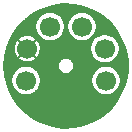
<source format=gbr>
G04 #@! TF.GenerationSoftware,KiCad,Pcbnew,5.1.5-52549c5~84~ubuntu18.04.1*
G04 #@! TF.CreationDate,2020-02-20T15:49:27+01:00*
G04 #@! TF.ProjectId,ICS-43434-PCB,4943532d-3433-4343-9334-2d5043422e6b,rev?*
G04 #@! TF.SameCoordinates,Original*
G04 #@! TF.FileFunction,Copper,L2,Bot*
G04 #@! TF.FilePolarity,Positive*
%FSLAX46Y46*%
G04 Gerber Fmt 4.6, Leading zero omitted, Abs format (unit mm)*
G04 Created by KiCad (PCBNEW 5.1.5-52549c5~84~ubuntu18.04.1) date 2020-02-20 15:49:27*
%MOMM*%
%LPD*%
G04 APERTURE LIST*
%ADD10C,1.700000*%
%ADD11C,0.600000*%
%ADD12C,0.200000*%
G04 APERTURE END LIST*
D10*
X98651416Y-96662138D03*
X96617107Y-101231273D03*
X96711236Y-98535748D03*
X103382893Y-101231273D03*
X103288764Y-98535748D03*
X101348584Y-96662138D03*
D11*
X100015500Y-98300000D03*
D12*
G36*
X100663668Y-94817320D02*
G01*
X101529999Y-95004029D01*
X102352315Y-95334462D01*
X103106958Y-95799115D01*
X103772221Y-96384619D01*
X104328963Y-97074132D01*
X104761169Y-97847816D01*
X105056405Y-98683415D01*
X105206177Y-99556889D01*
X105206177Y-100443111D01*
X105056405Y-101316585D01*
X104761169Y-102152184D01*
X104328963Y-102925868D01*
X103772221Y-103615381D01*
X103106958Y-104200885D01*
X102352315Y-104665538D01*
X101529999Y-104995971D01*
X100663668Y-105182680D01*
X99778245Y-105220292D01*
X98899201Y-105107726D01*
X98051825Y-104848220D01*
X97260494Y-104449240D01*
X96547975Y-103922263D01*
X95934763Y-103282449D01*
X95438501Y-102548206D01*
X95073465Y-101740655D01*
X94908777Y-101108159D01*
X95367107Y-101108159D01*
X95367107Y-101354387D01*
X95415144Y-101595884D01*
X95509372Y-101823370D01*
X95646169Y-102028101D01*
X95820279Y-102202211D01*
X96025010Y-102339008D01*
X96252496Y-102433236D01*
X96493993Y-102481273D01*
X96740221Y-102481273D01*
X96981718Y-102433236D01*
X97209204Y-102339008D01*
X97413935Y-102202211D01*
X97588045Y-102028101D01*
X97724842Y-101823370D01*
X97819070Y-101595884D01*
X97867107Y-101354387D01*
X97867107Y-101108159D01*
X102132893Y-101108159D01*
X102132893Y-101354387D01*
X102180930Y-101595884D01*
X102275158Y-101823370D01*
X102411955Y-102028101D01*
X102586065Y-102202211D01*
X102790796Y-102339008D01*
X103018282Y-102433236D01*
X103259779Y-102481273D01*
X103506007Y-102481273D01*
X103747504Y-102433236D01*
X103974990Y-102339008D01*
X104179721Y-102202211D01*
X104353831Y-102028101D01*
X104490628Y-101823370D01*
X104584856Y-101595884D01*
X104632893Y-101354387D01*
X104632893Y-101108159D01*
X104584856Y-100866662D01*
X104490628Y-100639176D01*
X104353831Y-100434445D01*
X104179721Y-100260335D01*
X103974990Y-100123538D01*
X103747504Y-100029310D01*
X103506007Y-99981273D01*
X103259779Y-99981273D01*
X103018282Y-100029310D01*
X102790796Y-100123538D01*
X102586065Y-100260335D01*
X102411955Y-100434445D01*
X102275158Y-100639176D01*
X102180930Y-100866662D01*
X102132893Y-101108159D01*
X97867107Y-101108159D01*
X97819070Y-100866662D01*
X97724842Y-100639176D01*
X97588045Y-100434445D01*
X97413935Y-100260335D01*
X97209204Y-100123538D01*
X96981718Y-100029310D01*
X96740221Y-99981273D01*
X96493993Y-99981273D01*
X96252496Y-100029310D01*
X96025010Y-100123538D01*
X95820279Y-100260335D01*
X95646169Y-100434445D01*
X95509372Y-100639176D01*
X95415144Y-100866662D01*
X95367107Y-101108159D01*
X94908777Y-101108159D01*
X94850157Y-100883029D01*
X94775000Y-100000000D01*
X94781974Y-99918056D01*
X99300000Y-99918056D01*
X99300000Y-100055944D01*
X99326901Y-100191182D01*
X99379668Y-100318574D01*
X99456274Y-100433224D01*
X99553776Y-100530726D01*
X99668426Y-100607332D01*
X99795818Y-100660099D01*
X99931056Y-100687000D01*
X100068944Y-100687000D01*
X100204182Y-100660099D01*
X100331574Y-100607332D01*
X100446224Y-100530726D01*
X100543726Y-100433224D01*
X100620332Y-100318574D01*
X100673099Y-100191182D01*
X100700000Y-100055944D01*
X100700000Y-99918056D01*
X100673099Y-99782818D01*
X100620332Y-99655426D01*
X100543726Y-99540776D01*
X100446224Y-99443274D01*
X100331574Y-99366668D01*
X100204182Y-99313901D01*
X100068944Y-99287000D01*
X99931056Y-99287000D01*
X99795818Y-99313901D01*
X99668426Y-99366668D01*
X99553776Y-99443274D01*
X99456274Y-99540776D01*
X99379668Y-99655426D01*
X99326901Y-99782818D01*
X99300000Y-99918056D01*
X94781974Y-99918056D01*
X94834293Y-99303349D01*
X95950706Y-99303349D01*
X96036064Y-99473549D01*
X96231994Y-99587249D01*
X96446340Y-99660540D01*
X96670866Y-99690606D01*
X96896943Y-99676291D01*
X97115884Y-99618147D01*
X97319274Y-99518406D01*
X97386408Y-99473549D01*
X97471766Y-99303349D01*
X96711236Y-98542819D01*
X95950706Y-99303349D01*
X94834293Y-99303349D01*
X94850157Y-99116971D01*
X95012006Y-98495378D01*
X95556378Y-98495378D01*
X95570693Y-98721455D01*
X95628837Y-98940396D01*
X95728578Y-99143786D01*
X95773435Y-99210920D01*
X95943635Y-99296278D01*
X96704165Y-98535748D01*
X96718307Y-98535748D01*
X97478837Y-99296278D01*
X97649037Y-99210920D01*
X97762737Y-99014990D01*
X97836028Y-98800644D01*
X97866094Y-98576118D01*
X97855743Y-98412634D01*
X102038764Y-98412634D01*
X102038764Y-98658862D01*
X102086801Y-98900359D01*
X102181029Y-99127845D01*
X102317826Y-99332576D01*
X102491936Y-99506686D01*
X102696667Y-99643483D01*
X102924153Y-99737711D01*
X103165650Y-99785748D01*
X103411878Y-99785748D01*
X103653375Y-99737711D01*
X103880861Y-99643483D01*
X104085592Y-99506686D01*
X104259702Y-99332576D01*
X104396499Y-99127845D01*
X104490727Y-98900359D01*
X104538764Y-98658862D01*
X104538764Y-98412634D01*
X104490727Y-98171137D01*
X104396499Y-97943651D01*
X104259702Y-97738920D01*
X104085592Y-97564810D01*
X103880861Y-97428013D01*
X103653375Y-97333785D01*
X103411878Y-97285748D01*
X103165650Y-97285748D01*
X102924153Y-97333785D01*
X102696667Y-97428013D01*
X102491936Y-97564810D01*
X102317826Y-97738920D01*
X102181029Y-97943651D01*
X102086801Y-98171137D01*
X102038764Y-98412634D01*
X97855743Y-98412634D01*
X97851779Y-98350041D01*
X97793635Y-98131100D01*
X97693894Y-97927710D01*
X97649037Y-97860576D01*
X97478837Y-97775218D01*
X96718307Y-98535748D01*
X96704165Y-98535748D01*
X95943635Y-97775218D01*
X95773435Y-97860576D01*
X95659735Y-98056506D01*
X95586444Y-98270852D01*
X95556378Y-98495378D01*
X95012006Y-98495378D01*
X95073465Y-98259345D01*
X95295500Y-97768147D01*
X95950706Y-97768147D01*
X96711236Y-98528677D01*
X97471766Y-97768147D01*
X97386408Y-97597947D01*
X97190478Y-97484247D01*
X96976132Y-97410956D01*
X96751606Y-97380890D01*
X96525529Y-97395205D01*
X96306588Y-97453349D01*
X96103198Y-97553090D01*
X96036064Y-97597947D01*
X95950706Y-97768147D01*
X95295500Y-97768147D01*
X95438501Y-97451794D01*
X95934763Y-96717551D01*
X96105867Y-96539024D01*
X97401416Y-96539024D01*
X97401416Y-96785252D01*
X97449453Y-97026749D01*
X97543681Y-97254235D01*
X97680478Y-97458966D01*
X97854588Y-97633076D01*
X98059319Y-97769873D01*
X98286805Y-97864101D01*
X98528302Y-97912138D01*
X98774530Y-97912138D01*
X99016027Y-97864101D01*
X99243513Y-97769873D01*
X99448244Y-97633076D01*
X99622354Y-97458966D01*
X99759151Y-97254235D01*
X99853379Y-97026749D01*
X99901416Y-96785252D01*
X99901416Y-96539024D01*
X100098584Y-96539024D01*
X100098584Y-96785252D01*
X100146621Y-97026749D01*
X100240849Y-97254235D01*
X100377646Y-97458966D01*
X100551756Y-97633076D01*
X100756487Y-97769873D01*
X100983973Y-97864101D01*
X101225470Y-97912138D01*
X101471698Y-97912138D01*
X101713195Y-97864101D01*
X101940681Y-97769873D01*
X102145412Y-97633076D01*
X102319522Y-97458966D01*
X102456319Y-97254235D01*
X102550547Y-97026749D01*
X102598584Y-96785252D01*
X102598584Y-96539024D01*
X102550547Y-96297527D01*
X102456319Y-96070041D01*
X102319522Y-95865310D01*
X102145412Y-95691200D01*
X101940681Y-95554403D01*
X101713195Y-95460175D01*
X101471698Y-95412138D01*
X101225470Y-95412138D01*
X100983973Y-95460175D01*
X100756487Y-95554403D01*
X100551756Y-95691200D01*
X100377646Y-95865310D01*
X100240849Y-96070041D01*
X100146621Y-96297527D01*
X100098584Y-96539024D01*
X99901416Y-96539024D01*
X99853379Y-96297527D01*
X99759151Y-96070041D01*
X99622354Y-95865310D01*
X99448244Y-95691200D01*
X99243513Y-95554403D01*
X99016027Y-95460175D01*
X98774530Y-95412138D01*
X98528302Y-95412138D01*
X98286805Y-95460175D01*
X98059319Y-95554403D01*
X97854588Y-95691200D01*
X97680478Y-95865310D01*
X97543681Y-96070041D01*
X97449453Y-96297527D01*
X97401416Y-96539024D01*
X96105867Y-96539024D01*
X96547975Y-96077737D01*
X97260494Y-95550760D01*
X98051825Y-95151780D01*
X98899201Y-94892274D01*
X99778245Y-94779708D01*
X100663668Y-94817320D01*
G37*
X100663668Y-94817320D02*
X101529999Y-95004029D01*
X102352315Y-95334462D01*
X103106958Y-95799115D01*
X103772221Y-96384619D01*
X104328963Y-97074132D01*
X104761169Y-97847816D01*
X105056405Y-98683415D01*
X105206177Y-99556889D01*
X105206177Y-100443111D01*
X105056405Y-101316585D01*
X104761169Y-102152184D01*
X104328963Y-102925868D01*
X103772221Y-103615381D01*
X103106958Y-104200885D01*
X102352315Y-104665538D01*
X101529999Y-104995971D01*
X100663668Y-105182680D01*
X99778245Y-105220292D01*
X98899201Y-105107726D01*
X98051825Y-104848220D01*
X97260494Y-104449240D01*
X96547975Y-103922263D01*
X95934763Y-103282449D01*
X95438501Y-102548206D01*
X95073465Y-101740655D01*
X94908777Y-101108159D01*
X95367107Y-101108159D01*
X95367107Y-101354387D01*
X95415144Y-101595884D01*
X95509372Y-101823370D01*
X95646169Y-102028101D01*
X95820279Y-102202211D01*
X96025010Y-102339008D01*
X96252496Y-102433236D01*
X96493993Y-102481273D01*
X96740221Y-102481273D01*
X96981718Y-102433236D01*
X97209204Y-102339008D01*
X97413935Y-102202211D01*
X97588045Y-102028101D01*
X97724842Y-101823370D01*
X97819070Y-101595884D01*
X97867107Y-101354387D01*
X97867107Y-101108159D01*
X102132893Y-101108159D01*
X102132893Y-101354387D01*
X102180930Y-101595884D01*
X102275158Y-101823370D01*
X102411955Y-102028101D01*
X102586065Y-102202211D01*
X102790796Y-102339008D01*
X103018282Y-102433236D01*
X103259779Y-102481273D01*
X103506007Y-102481273D01*
X103747504Y-102433236D01*
X103974990Y-102339008D01*
X104179721Y-102202211D01*
X104353831Y-102028101D01*
X104490628Y-101823370D01*
X104584856Y-101595884D01*
X104632893Y-101354387D01*
X104632893Y-101108159D01*
X104584856Y-100866662D01*
X104490628Y-100639176D01*
X104353831Y-100434445D01*
X104179721Y-100260335D01*
X103974990Y-100123538D01*
X103747504Y-100029310D01*
X103506007Y-99981273D01*
X103259779Y-99981273D01*
X103018282Y-100029310D01*
X102790796Y-100123538D01*
X102586065Y-100260335D01*
X102411955Y-100434445D01*
X102275158Y-100639176D01*
X102180930Y-100866662D01*
X102132893Y-101108159D01*
X97867107Y-101108159D01*
X97819070Y-100866662D01*
X97724842Y-100639176D01*
X97588045Y-100434445D01*
X97413935Y-100260335D01*
X97209204Y-100123538D01*
X96981718Y-100029310D01*
X96740221Y-99981273D01*
X96493993Y-99981273D01*
X96252496Y-100029310D01*
X96025010Y-100123538D01*
X95820279Y-100260335D01*
X95646169Y-100434445D01*
X95509372Y-100639176D01*
X95415144Y-100866662D01*
X95367107Y-101108159D01*
X94908777Y-101108159D01*
X94850157Y-100883029D01*
X94775000Y-100000000D01*
X94781974Y-99918056D01*
X99300000Y-99918056D01*
X99300000Y-100055944D01*
X99326901Y-100191182D01*
X99379668Y-100318574D01*
X99456274Y-100433224D01*
X99553776Y-100530726D01*
X99668426Y-100607332D01*
X99795818Y-100660099D01*
X99931056Y-100687000D01*
X100068944Y-100687000D01*
X100204182Y-100660099D01*
X100331574Y-100607332D01*
X100446224Y-100530726D01*
X100543726Y-100433224D01*
X100620332Y-100318574D01*
X100673099Y-100191182D01*
X100700000Y-100055944D01*
X100700000Y-99918056D01*
X100673099Y-99782818D01*
X100620332Y-99655426D01*
X100543726Y-99540776D01*
X100446224Y-99443274D01*
X100331574Y-99366668D01*
X100204182Y-99313901D01*
X100068944Y-99287000D01*
X99931056Y-99287000D01*
X99795818Y-99313901D01*
X99668426Y-99366668D01*
X99553776Y-99443274D01*
X99456274Y-99540776D01*
X99379668Y-99655426D01*
X99326901Y-99782818D01*
X99300000Y-99918056D01*
X94781974Y-99918056D01*
X94834293Y-99303349D01*
X95950706Y-99303349D01*
X96036064Y-99473549D01*
X96231994Y-99587249D01*
X96446340Y-99660540D01*
X96670866Y-99690606D01*
X96896943Y-99676291D01*
X97115884Y-99618147D01*
X97319274Y-99518406D01*
X97386408Y-99473549D01*
X97471766Y-99303349D01*
X96711236Y-98542819D01*
X95950706Y-99303349D01*
X94834293Y-99303349D01*
X94850157Y-99116971D01*
X95012006Y-98495378D01*
X95556378Y-98495378D01*
X95570693Y-98721455D01*
X95628837Y-98940396D01*
X95728578Y-99143786D01*
X95773435Y-99210920D01*
X95943635Y-99296278D01*
X96704165Y-98535748D01*
X96718307Y-98535748D01*
X97478837Y-99296278D01*
X97649037Y-99210920D01*
X97762737Y-99014990D01*
X97836028Y-98800644D01*
X97866094Y-98576118D01*
X97855743Y-98412634D01*
X102038764Y-98412634D01*
X102038764Y-98658862D01*
X102086801Y-98900359D01*
X102181029Y-99127845D01*
X102317826Y-99332576D01*
X102491936Y-99506686D01*
X102696667Y-99643483D01*
X102924153Y-99737711D01*
X103165650Y-99785748D01*
X103411878Y-99785748D01*
X103653375Y-99737711D01*
X103880861Y-99643483D01*
X104085592Y-99506686D01*
X104259702Y-99332576D01*
X104396499Y-99127845D01*
X104490727Y-98900359D01*
X104538764Y-98658862D01*
X104538764Y-98412634D01*
X104490727Y-98171137D01*
X104396499Y-97943651D01*
X104259702Y-97738920D01*
X104085592Y-97564810D01*
X103880861Y-97428013D01*
X103653375Y-97333785D01*
X103411878Y-97285748D01*
X103165650Y-97285748D01*
X102924153Y-97333785D01*
X102696667Y-97428013D01*
X102491936Y-97564810D01*
X102317826Y-97738920D01*
X102181029Y-97943651D01*
X102086801Y-98171137D01*
X102038764Y-98412634D01*
X97855743Y-98412634D01*
X97851779Y-98350041D01*
X97793635Y-98131100D01*
X97693894Y-97927710D01*
X97649037Y-97860576D01*
X97478837Y-97775218D01*
X96718307Y-98535748D01*
X96704165Y-98535748D01*
X95943635Y-97775218D01*
X95773435Y-97860576D01*
X95659735Y-98056506D01*
X95586444Y-98270852D01*
X95556378Y-98495378D01*
X95012006Y-98495378D01*
X95073465Y-98259345D01*
X95295500Y-97768147D01*
X95950706Y-97768147D01*
X96711236Y-98528677D01*
X97471766Y-97768147D01*
X97386408Y-97597947D01*
X97190478Y-97484247D01*
X96976132Y-97410956D01*
X96751606Y-97380890D01*
X96525529Y-97395205D01*
X96306588Y-97453349D01*
X96103198Y-97553090D01*
X96036064Y-97597947D01*
X95950706Y-97768147D01*
X95295500Y-97768147D01*
X95438501Y-97451794D01*
X95934763Y-96717551D01*
X96105867Y-96539024D01*
X97401416Y-96539024D01*
X97401416Y-96785252D01*
X97449453Y-97026749D01*
X97543681Y-97254235D01*
X97680478Y-97458966D01*
X97854588Y-97633076D01*
X98059319Y-97769873D01*
X98286805Y-97864101D01*
X98528302Y-97912138D01*
X98774530Y-97912138D01*
X99016027Y-97864101D01*
X99243513Y-97769873D01*
X99448244Y-97633076D01*
X99622354Y-97458966D01*
X99759151Y-97254235D01*
X99853379Y-97026749D01*
X99901416Y-96785252D01*
X99901416Y-96539024D01*
X100098584Y-96539024D01*
X100098584Y-96785252D01*
X100146621Y-97026749D01*
X100240849Y-97254235D01*
X100377646Y-97458966D01*
X100551756Y-97633076D01*
X100756487Y-97769873D01*
X100983973Y-97864101D01*
X101225470Y-97912138D01*
X101471698Y-97912138D01*
X101713195Y-97864101D01*
X101940681Y-97769873D01*
X102145412Y-97633076D01*
X102319522Y-97458966D01*
X102456319Y-97254235D01*
X102550547Y-97026749D01*
X102598584Y-96785252D01*
X102598584Y-96539024D01*
X102550547Y-96297527D01*
X102456319Y-96070041D01*
X102319522Y-95865310D01*
X102145412Y-95691200D01*
X101940681Y-95554403D01*
X101713195Y-95460175D01*
X101471698Y-95412138D01*
X101225470Y-95412138D01*
X100983973Y-95460175D01*
X100756487Y-95554403D01*
X100551756Y-95691200D01*
X100377646Y-95865310D01*
X100240849Y-96070041D01*
X100146621Y-96297527D01*
X100098584Y-96539024D01*
X99901416Y-96539024D01*
X99853379Y-96297527D01*
X99759151Y-96070041D01*
X99622354Y-95865310D01*
X99448244Y-95691200D01*
X99243513Y-95554403D01*
X99016027Y-95460175D01*
X98774530Y-95412138D01*
X98528302Y-95412138D01*
X98286805Y-95460175D01*
X98059319Y-95554403D01*
X97854588Y-95691200D01*
X97680478Y-95865310D01*
X97543681Y-96070041D01*
X97449453Y-96297527D01*
X97401416Y-96539024D01*
X96105867Y-96539024D01*
X96547975Y-96077737D01*
X97260494Y-95550760D01*
X98051825Y-95151780D01*
X98899201Y-94892274D01*
X99778245Y-94779708D01*
X100663668Y-94817320D01*
M02*

</source>
